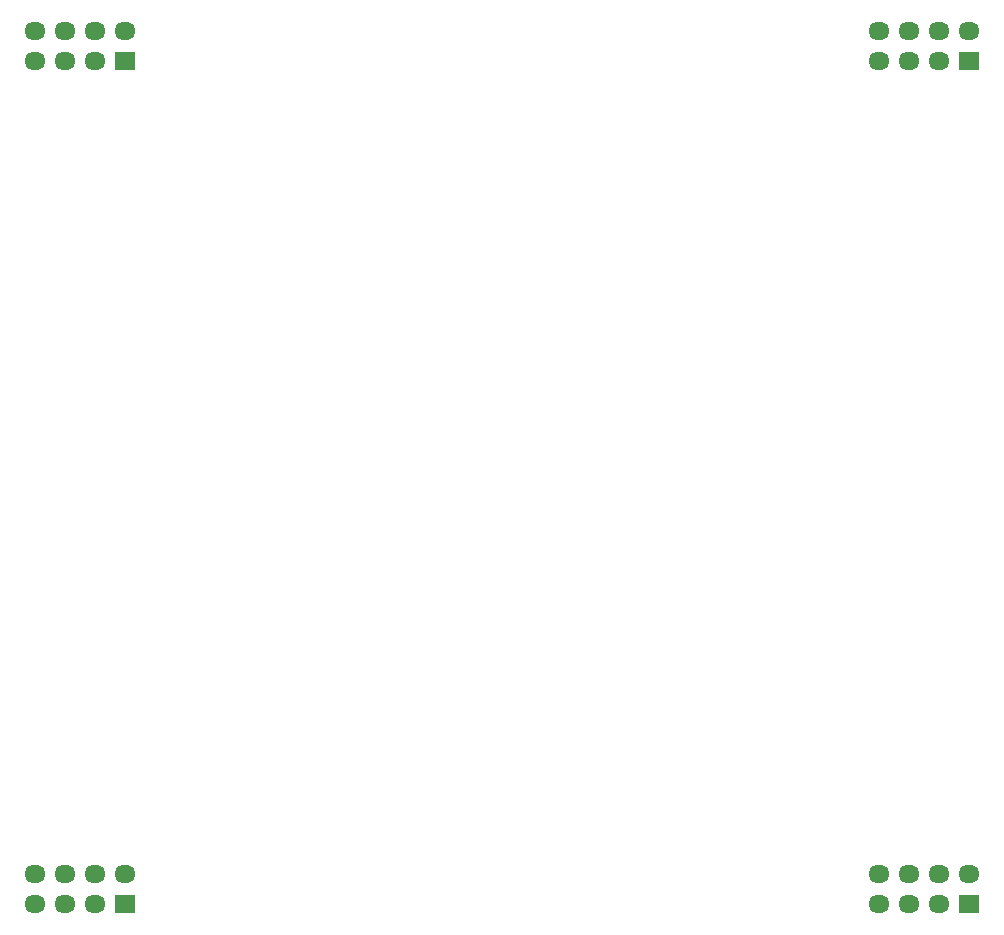
<source format=gts>
G04*
G04 #@! TF.GenerationSoftware,Altium Limited,Altium Designer,18.1.11 (251)*
G04*
G04 Layer_Color=8388736*
%FSLAX24Y24*%
%MOIN*%
G70*
G01*
G75*
%ADD25R,0.0710X0.0592*%
%ADD26O,0.0710X0.0592*%
D25*
X130087Y144024D02*
D03*
X158245D02*
D03*
X130087Y172135D02*
D03*
X158245D02*
D03*
D26*
X130087Y145024D02*
D03*
X129087Y144024D02*
D03*
Y145024D02*
D03*
X128087Y144024D02*
D03*
Y145024D02*
D03*
X127087Y144024D02*
D03*
Y145024D02*
D03*
X158245D02*
D03*
X157245Y144024D02*
D03*
Y145024D02*
D03*
X156245Y144024D02*
D03*
Y145024D02*
D03*
X155245Y144024D02*
D03*
Y145024D02*
D03*
X130087Y173135D02*
D03*
X129087Y172135D02*
D03*
Y173135D02*
D03*
X128087Y172135D02*
D03*
Y173135D02*
D03*
X127087Y172135D02*
D03*
Y173135D02*
D03*
X158245D02*
D03*
X157245Y172135D02*
D03*
Y173135D02*
D03*
X156245Y172135D02*
D03*
Y173135D02*
D03*
X155245Y172135D02*
D03*
Y173135D02*
D03*
M02*

</source>
